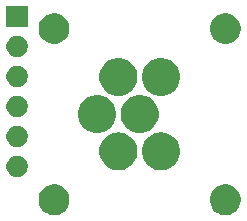
<source format=gbs>
G04 #@! TF.GenerationSoftware,KiCad,Pcbnew,5.1.5-52549c5~84~ubuntu19.10.1*
G04 #@! TF.CreationDate,2020-03-01T20:16:17+01:00*
G04 #@! TF.ProjectId,C245_conn,43323435-5f63-46f6-9e6e-2e6b69636164,rev?*
G04 #@! TF.SameCoordinates,Original*
G04 #@! TF.FileFunction,Soldermask,Bot*
G04 #@! TF.FilePolarity,Negative*
%FSLAX46Y46*%
G04 Gerber Fmt 4.6, Leading zero omitted, Abs format (unit mm)*
G04 Created by KiCad (PCBNEW 5.1.5-52549c5~84~ubuntu19.10.1) date 2020-03-01 20:16:17*
%MOMM*%
%LPD*%
G04 APERTURE LIST*
%ADD10C,0.100000*%
G04 APERTURE END LIST*
D10*
G36*
X107604487Y-116173996D02*
G01*
X107841253Y-116272068D01*
X107841255Y-116272069D01*
X108054339Y-116414447D01*
X108235553Y-116595661D01*
X108377932Y-116808747D01*
X108476004Y-117045513D01*
X108526000Y-117296861D01*
X108526000Y-117553139D01*
X108476004Y-117804487D01*
X108377932Y-118041253D01*
X108377931Y-118041255D01*
X108235553Y-118254339D01*
X108054339Y-118435553D01*
X107841255Y-118577931D01*
X107841254Y-118577932D01*
X107841253Y-118577932D01*
X107604487Y-118676004D01*
X107353139Y-118726000D01*
X107096861Y-118726000D01*
X106845513Y-118676004D01*
X106608747Y-118577932D01*
X106608746Y-118577932D01*
X106608745Y-118577931D01*
X106395661Y-118435553D01*
X106214447Y-118254339D01*
X106072069Y-118041255D01*
X106072068Y-118041253D01*
X105973996Y-117804487D01*
X105924000Y-117553139D01*
X105924000Y-117296861D01*
X105973996Y-117045513D01*
X106072068Y-116808747D01*
X106214447Y-116595661D01*
X106395661Y-116414447D01*
X106608745Y-116272069D01*
X106608747Y-116272068D01*
X106845513Y-116173996D01*
X107096861Y-116124000D01*
X107353139Y-116124000D01*
X107604487Y-116173996D01*
G37*
G36*
X122104487Y-116173996D02*
G01*
X122341253Y-116272068D01*
X122341255Y-116272069D01*
X122554339Y-116414447D01*
X122735553Y-116595661D01*
X122877932Y-116808747D01*
X122976004Y-117045513D01*
X123026000Y-117296861D01*
X123026000Y-117553139D01*
X122976004Y-117804487D01*
X122877932Y-118041253D01*
X122877931Y-118041255D01*
X122735553Y-118254339D01*
X122554339Y-118435553D01*
X122341255Y-118577931D01*
X122341254Y-118577932D01*
X122341253Y-118577932D01*
X122104487Y-118676004D01*
X121853139Y-118726000D01*
X121596861Y-118726000D01*
X121345513Y-118676004D01*
X121108747Y-118577932D01*
X121108746Y-118577932D01*
X121108745Y-118577931D01*
X120895661Y-118435553D01*
X120714447Y-118254339D01*
X120572069Y-118041255D01*
X120572068Y-118041253D01*
X120473996Y-117804487D01*
X120424000Y-117553139D01*
X120424000Y-117296861D01*
X120473996Y-117045513D01*
X120572068Y-116808747D01*
X120714447Y-116595661D01*
X120895661Y-116414447D01*
X121108745Y-116272069D01*
X121108747Y-116272068D01*
X121345513Y-116173996D01*
X121596861Y-116124000D01*
X121853139Y-116124000D01*
X122104487Y-116173996D01*
G37*
G36*
X104213512Y-113703927D02*
G01*
X104362812Y-113733624D01*
X104526784Y-113801544D01*
X104674354Y-113900147D01*
X104799853Y-114025646D01*
X104898456Y-114173216D01*
X104966376Y-114337188D01*
X105001000Y-114511259D01*
X105001000Y-114688741D01*
X104966376Y-114862812D01*
X104898456Y-115026784D01*
X104799853Y-115174354D01*
X104674354Y-115299853D01*
X104526784Y-115398456D01*
X104362812Y-115466376D01*
X104213512Y-115496073D01*
X104188742Y-115501000D01*
X104011258Y-115501000D01*
X103986488Y-115496073D01*
X103837188Y-115466376D01*
X103673216Y-115398456D01*
X103525646Y-115299853D01*
X103400147Y-115174354D01*
X103301544Y-115026784D01*
X103233624Y-114862812D01*
X103199000Y-114688741D01*
X103199000Y-114511259D01*
X103233624Y-114337188D01*
X103301544Y-114173216D01*
X103400147Y-114025646D01*
X103525646Y-113900147D01*
X103673216Y-113801544D01*
X103837188Y-113733624D01*
X103986488Y-113703927D01*
X104011258Y-113699000D01*
X104188742Y-113699000D01*
X104213512Y-113703927D01*
G37*
G36*
X112871217Y-111731665D02*
G01*
X113141995Y-111785525D01*
X113433358Y-111906212D01*
X113695578Y-112081422D01*
X113918578Y-112304422D01*
X114093788Y-112566642D01*
X114214475Y-112858005D01*
X114276000Y-113167315D01*
X114276000Y-113482685D01*
X114214475Y-113791995D01*
X114093788Y-114083358D01*
X113918578Y-114345578D01*
X113695578Y-114568578D01*
X113433358Y-114743788D01*
X113141995Y-114864475D01*
X112871217Y-114918335D01*
X112832686Y-114926000D01*
X112517314Y-114926000D01*
X112478783Y-114918335D01*
X112208005Y-114864475D01*
X111916642Y-114743788D01*
X111654422Y-114568578D01*
X111431422Y-114345578D01*
X111256212Y-114083358D01*
X111135525Y-113791995D01*
X111074000Y-113482685D01*
X111074000Y-113167315D01*
X111135525Y-112858005D01*
X111256212Y-112566642D01*
X111431422Y-112304422D01*
X111654422Y-112081422D01*
X111916642Y-111906212D01*
X112208005Y-111785525D01*
X112478783Y-111731665D01*
X112517314Y-111724000D01*
X112832686Y-111724000D01*
X112871217Y-111731665D01*
G37*
G36*
X116471217Y-111731665D02*
G01*
X116741995Y-111785525D01*
X117033358Y-111906212D01*
X117295578Y-112081422D01*
X117518578Y-112304422D01*
X117693788Y-112566642D01*
X117814475Y-112858005D01*
X117876000Y-113167315D01*
X117876000Y-113482685D01*
X117814475Y-113791995D01*
X117693788Y-114083358D01*
X117518578Y-114345578D01*
X117295578Y-114568578D01*
X117033358Y-114743788D01*
X116741995Y-114864475D01*
X116471217Y-114918335D01*
X116432686Y-114926000D01*
X116117314Y-114926000D01*
X116078783Y-114918335D01*
X115808005Y-114864475D01*
X115516642Y-114743788D01*
X115254422Y-114568578D01*
X115031422Y-114345578D01*
X114856212Y-114083358D01*
X114735525Y-113791995D01*
X114674000Y-113482685D01*
X114674000Y-113167315D01*
X114735525Y-112858005D01*
X114856212Y-112566642D01*
X115031422Y-112304422D01*
X115254422Y-112081422D01*
X115516642Y-111906212D01*
X115808005Y-111785525D01*
X116078783Y-111731665D01*
X116117314Y-111724000D01*
X116432686Y-111724000D01*
X116471217Y-111731665D01*
G37*
G36*
X104213512Y-111163927D02*
G01*
X104362812Y-111193624D01*
X104526784Y-111261544D01*
X104674354Y-111360147D01*
X104799853Y-111485646D01*
X104898456Y-111633216D01*
X104966376Y-111797188D01*
X105001000Y-111971259D01*
X105001000Y-112148741D01*
X104966376Y-112322812D01*
X104898456Y-112486784D01*
X104799853Y-112634354D01*
X104674354Y-112759853D01*
X104526784Y-112858456D01*
X104362812Y-112926376D01*
X104213512Y-112956073D01*
X104188742Y-112961000D01*
X104011258Y-112961000D01*
X103986488Y-112956073D01*
X103837188Y-112926376D01*
X103673216Y-112858456D01*
X103525646Y-112759853D01*
X103400147Y-112634354D01*
X103301544Y-112486784D01*
X103233624Y-112322812D01*
X103199000Y-112148741D01*
X103199000Y-111971259D01*
X103233624Y-111797188D01*
X103301544Y-111633216D01*
X103400147Y-111485646D01*
X103525646Y-111360147D01*
X103673216Y-111261544D01*
X103837188Y-111193624D01*
X103986488Y-111163927D01*
X104011258Y-111159000D01*
X104188742Y-111159000D01*
X104213512Y-111163927D01*
G37*
G36*
X114671217Y-108581665D02*
G01*
X114941995Y-108635525D01*
X115233358Y-108756212D01*
X115495578Y-108931422D01*
X115718578Y-109154422D01*
X115893788Y-109416642D01*
X116014475Y-109708005D01*
X116076000Y-110017315D01*
X116076000Y-110332685D01*
X116014475Y-110641995D01*
X115893788Y-110933358D01*
X115718578Y-111195578D01*
X115495578Y-111418578D01*
X115233358Y-111593788D01*
X114941995Y-111714475D01*
X114671217Y-111768335D01*
X114632686Y-111776000D01*
X114317314Y-111776000D01*
X114278783Y-111768335D01*
X114008005Y-111714475D01*
X113716642Y-111593788D01*
X113454422Y-111418578D01*
X113231422Y-111195578D01*
X113056212Y-110933358D01*
X112935525Y-110641995D01*
X112874000Y-110332685D01*
X112874000Y-110017315D01*
X112935525Y-109708005D01*
X113056212Y-109416642D01*
X113231422Y-109154422D01*
X113454422Y-108931422D01*
X113716642Y-108756212D01*
X114008005Y-108635525D01*
X114278783Y-108581665D01*
X114317314Y-108574000D01*
X114632686Y-108574000D01*
X114671217Y-108581665D01*
G37*
G36*
X111071217Y-108581665D02*
G01*
X111341995Y-108635525D01*
X111633358Y-108756212D01*
X111895578Y-108931422D01*
X112118578Y-109154422D01*
X112293788Y-109416642D01*
X112414475Y-109708005D01*
X112476000Y-110017315D01*
X112476000Y-110332685D01*
X112414475Y-110641995D01*
X112293788Y-110933358D01*
X112118578Y-111195578D01*
X111895578Y-111418578D01*
X111633358Y-111593788D01*
X111341995Y-111714475D01*
X111071217Y-111768335D01*
X111032686Y-111776000D01*
X110717314Y-111776000D01*
X110678783Y-111768335D01*
X110408005Y-111714475D01*
X110116642Y-111593788D01*
X109854422Y-111418578D01*
X109631422Y-111195578D01*
X109456212Y-110933358D01*
X109335525Y-110641995D01*
X109274000Y-110332685D01*
X109274000Y-110017315D01*
X109335525Y-109708005D01*
X109456212Y-109416642D01*
X109631422Y-109154422D01*
X109854422Y-108931422D01*
X110116642Y-108756212D01*
X110408005Y-108635525D01*
X110678783Y-108581665D01*
X110717314Y-108574000D01*
X111032686Y-108574000D01*
X111071217Y-108581665D01*
G37*
G36*
X104213512Y-108623927D02*
G01*
X104362812Y-108653624D01*
X104526784Y-108721544D01*
X104674354Y-108820147D01*
X104799853Y-108945646D01*
X104898456Y-109093216D01*
X104966376Y-109257188D01*
X105001000Y-109431259D01*
X105001000Y-109608741D01*
X104966376Y-109782812D01*
X104898456Y-109946784D01*
X104799853Y-110094354D01*
X104674354Y-110219853D01*
X104526784Y-110318456D01*
X104362812Y-110386376D01*
X104213512Y-110416073D01*
X104188742Y-110421000D01*
X104011258Y-110421000D01*
X103986488Y-110416073D01*
X103837188Y-110386376D01*
X103673216Y-110318456D01*
X103525646Y-110219853D01*
X103400147Y-110094354D01*
X103301544Y-109946784D01*
X103233624Y-109782812D01*
X103199000Y-109608741D01*
X103199000Y-109431259D01*
X103233624Y-109257188D01*
X103301544Y-109093216D01*
X103400147Y-108945646D01*
X103525646Y-108820147D01*
X103673216Y-108721544D01*
X103837188Y-108653624D01*
X103986488Y-108623927D01*
X104011258Y-108619000D01*
X104188742Y-108619000D01*
X104213512Y-108623927D01*
G37*
G36*
X112871217Y-105431665D02*
G01*
X113141995Y-105485525D01*
X113433358Y-105606212D01*
X113695578Y-105781422D01*
X113918578Y-106004422D01*
X114093788Y-106266642D01*
X114214475Y-106558005D01*
X114276000Y-106867315D01*
X114276000Y-107182685D01*
X114214475Y-107491995D01*
X114093788Y-107783358D01*
X113918578Y-108045578D01*
X113695578Y-108268578D01*
X113433358Y-108443788D01*
X113141995Y-108564475D01*
X112871217Y-108618335D01*
X112832686Y-108626000D01*
X112517314Y-108626000D01*
X112478783Y-108618335D01*
X112208005Y-108564475D01*
X111916642Y-108443788D01*
X111654422Y-108268578D01*
X111431422Y-108045578D01*
X111256212Y-107783358D01*
X111135525Y-107491995D01*
X111074000Y-107182685D01*
X111074000Y-106867315D01*
X111135525Y-106558005D01*
X111256212Y-106266642D01*
X111431422Y-106004422D01*
X111654422Y-105781422D01*
X111916642Y-105606212D01*
X112208005Y-105485525D01*
X112478783Y-105431665D01*
X112517314Y-105424000D01*
X112832686Y-105424000D01*
X112871217Y-105431665D01*
G37*
G36*
X116471217Y-105431665D02*
G01*
X116741995Y-105485525D01*
X117033358Y-105606212D01*
X117295578Y-105781422D01*
X117518578Y-106004422D01*
X117693788Y-106266642D01*
X117814475Y-106558005D01*
X117876000Y-106867315D01*
X117876000Y-107182685D01*
X117814475Y-107491995D01*
X117693788Y-107783358D01*
X117518578Y-108045578D01*
X117295578Y-108268578D01*
X117033358Y-108443788D01*
X116741995Y-108564475D01*
X116471217Y-108618335D01*
X116432686Y-108626000D01*
X116117314Y-108626000D01*
X116078783Y-108618335D01*
X115808005Y-108564475D01*
X115516642Y-108443788D01*
X115254422Y-108268578D01*
X115031422Y-108045578D01*
X114856212Y-107783358D01*
X114735525Y-107491995D01*
X114674000Y-107182685D01*
X114674000Y-106867315D01*
X114735525Y-106558005D01*
X114856212Y-106266642D01*
X115031422Y-106004422D01*
X115254422Y-105781422D01*
X115516642Y-105606212D01*
X115808005Y-105485525D01*
X116078783Y-105431665D01*
X116117314Y-105424000D01*
X116432686Y-105424000D01*
X116471217Y-105431665D01*
G37*
G36*
X104213512Y-106083927D02*
G01*
X104362812Y-106113624D01*
X104526784Y-106181544D01*
X104674354Y-106280147D01*
X104799853Y-106405646D01*
X104898456Y-106553216D01*
X104966376Y-106717188D01*
X105001000Y-106891259D01*
X105001000Y-107068741D01*
X104966376Y-107242812D01*
X104898456Y-107406784D01*
X104799853Y-107554354D01*
X104674354Y-107679853D01*
X104526784Y-107778456D01*
X104362812Y-107846376D01*
X104213512Y-107876073D01*
X104188742Y-107881000D01*
X104011258Y-107881000D01*
X103986488Y-107876073D01*
X103837188Y-107846376D01*
X103673216Y-107778456D01*
X103525646Y-107679853D01*
X103400147Y-107554354D01*
X103301544Y-107406784D01*
X103233624Y-107242812D01*
X103199000Y-107068741D01*
X103199000Y-106891259D01*
X103233624Y-106717188D01*
X103301544Y-106553216D01*
X103400147Y-106405646D01*
X103525646Y-106280147D01*
X103673216Y-106181544D01*
X103837188Y-106113624D01*
X103986488Y-106083927D01*
X104011258Y-106079000D01*
X104188742Y-106079000D01*
X104213512Y-106083927D01*
G37*
G36*
X104200068Y-103541253D02*
G01*
X104362812Y-103573624D01*
X104526784Y-103641544D01*
X104674354Y-103740147D01*
X104799853Y-103865646D01*
X104898456Y-104013216D01*
X104966376Y-104177188D01*
X105001000Y-104351259D01*
X105001000Y-104528741D01*
X104966376Y-104702812D01*
X104898456Y-104866784D01*
X104799853Y-105014354D01*
X104674354Y-105139853D01*
X104526784Y-105238456D01*
X104362812Y-105306376D01*
X104213512Y-105336073D01*
X104188742Y-105341000D01*
X104011258Y-105341000D01*
X103986488Y-105336073D01*
X103837188Y-105306376D01*
X103673216Y-105238456D01*
X103525646Y-105139853D01*
X103400147Y-105014354D01*
X103301544Y-104866784D01*
X103233624Y-104702812D01*
X103199000Y-104528741D01*
X103199000Y-104351259D01*
X103233624Y-104177188D01*
X103301544Y-104013216D01*
X103400147Y-103865646D01*
X103525646Y-103740147D01*
X103673216Y-103641544D01*
X103837188Y-103573624D01*
X103999932Y-103541253D01*
X104011258Y-103539000D01*
X104188742Y-103539000D01*
X104200068Y-103541253D01*
G37*
G36*
X122104487Y-101673996D02*
G01*
X122341253Y-101772068D01*
X122341255Y-101772069D01*
X122554339Y-101914447D01*
X122735553Y-102095661D01*
X122877932Y-102308747D01*
X122976004Y-102545513D01*
X123026000Y-102796861D01*
X123026000Y-103053139D01*
X122976004Y-103304487D01*
X122878865Y-103539000D01*
X122877931Y-103541255D01*
X122735553Y-103754339D01*
X122554339Y-103935553D01*
X122341255Y-104077931D01*
X122341254Y-104077932D01*
X122341253Y-104077932D01*
X122104487Y-104176004D01*
X121853139Y-104226000D01*
X121596861Y-104226000D01*
X121345513Y-104176004D01*
X121108747Y-104077932D01*
X121108746Y-104077932D01*
X121108745Y-104077931D01*
X120895661Y-103935553D01*
X120714447Y-103754339D01*
X120572069Y-103541255D01*
X120571135Y-103539000D01*
X120473996Y-103304487D01*
X120424000Y-103053139D01*
X120424000Y-102796861D01*
X120473996Y-102545513D01*
X120572068Y-102308747D01*
X120714447Y-102095661D01*
X120895661Y-101914447D01*
X121108745Y-101772069D01*
X121108747Y-101772068D01*
X121345513Y-101673996D01*
X121596861Y-101624000D01*
X121853139Y-101624000D01*
X122104487Y-101673996D01*
G37*
G36*
X107604487Y-101673996D02*
G01*
X107841253Y-101772068D01*
X107841255Y-101772069D01*
X108054339Y-101914447D01*
X108235553Y-102095661D01*
X108377932Y-102308747D01*
X108476004Y-102545513D01*
X108526000Y-102796861D01*
X108526000Y-103053139D01*
X108476004Y-103304487D01*
X108378865Y-103539000D01*
X108377931Y-103541255D01*
X108235553Y-103754339D01*
X108054339Y-103935553D01*
X107841255Y-104077931D01*
X107841254Y-104077932D01*
X107841253Y-104077932D01*
X107604487Y-104176004D01*
X107353139Y-104226000D01*
X107096861Y-104226000D01*
X106845513Y-104176004D01*
X106608747Y-104077932D01*
X106608746Y-104077932D01*
X106608745Y-104077931D01*
X106395661Y-103935553D01*
X106214447Y-103754339D01*
X106072069Y-103541255D01*
X106071135Y-103539000D01*
X105973996Y-103304487D01*
X105924000Y-103053139D01*
X105924000Y-102796861D01*
X105973996Y-102545513D01*
X106072068Y-102308747D01*
X106214447Y-102095661D01*
X106395661Y-101914447D01*
X106608745Y-101772069D01*
X106608747Y-101772068D01*
X106845513Y-101673996D01*
X107096861Y-101624000D01*
X107353139Y-101624000D01*
X107604487Y-101673996D01*
G37*
G36*
X105001000Y-102801000D02*
G01*
X103199000Y-102801000D01*
X103199000Y-100999000D01*
X105001000Y-100999000D01*
X105001000Y-102801000D01*
G37*
M02*

</source>
